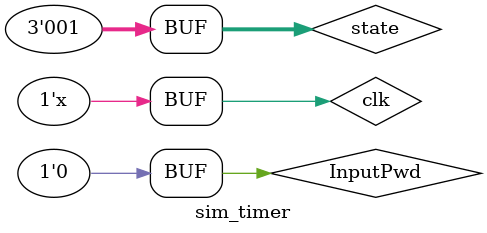
<source format=v>
`timescale 1ns / 1ps


module sim_timer(

    );
    reg clk;
    reg [2:0] state;reg InputPwd;
    wire [3:0]timer1;wire [3:0] timer2;wire [3:0] resttime;
    timer u0(clk,state,InputPwd,timer1,timer2,resttime);
    initial
      begin
      clk = 0;
      state = 0;
      InputPwd = 0;
      #1000 state = 1;
     // #5000 InputPwd = 1;
     // #1000 InputPwd = 0;
      end 
    always #1 clk = ~clk;
endmodule

</source>
